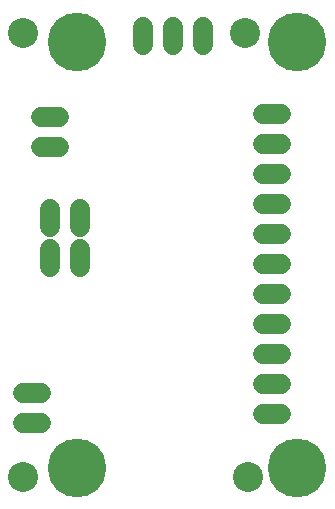
<source format=gbr>
G04 EAGLE Gerber X2 export*
%TF.Part,Single*%
%TF.FileFunction,Soldermask,Bot,1*%
%TF.FilePolarity,Positive*%
%TF.GenerationSoftware,Autodesk,EAGLE,9.7.0*%
%TF.CreationDate,2022-05-12T22:12:44Z*%
G75*
%MOMM*%
%FSLAX46Y46*%
%LPD*%
%INSoldermask Bottom*%
%AMOC8*
5,1,8,0,0,1.08239X$1,22.5*%
G01*
G04 Define Apertures*
%ADD10C,2.540000*%
%ADD11C,1.727200*%
%ADD12C,4.965700*%
D10*
X21336000Y2286000D03*
X2286000Y2286000D03*
X21082000Y39878000D03*
X2286000Y39878000D03*
D11*
X3810000Y32766000D02*
X5334000Y32766000D01*
X5334000Y30226000D02*
X3810000Y30226000D01*
X22606000Y33020000D02*
X24130000Y33020000D01*
X24130000Y30480000D02*
X22606000Y30480000D01*
X22606000Y27940000D02*
X24130000Y27940000D01*
X24130000Y25400000D02*
X22606000Y25400000D01*
X22606000Y22860000D02*
X24130000Y22860000D01*
X24130000Y20320000D02*
X22606000Y20320000D01*
X22606000Y17780000D02*
X24130000Y17780000D01*
X24130000Y15240000D02*
X22606000Y15240000D01*
X22606000Y12700000D02*
X24130000Y12700000D01*
X24130000Y10160000D02*
X22606000Y10160000D01*
X22606000Y7620000D02*
X24130000Y7620000D01*
D12*
X25527000Y39116000D03*
X25527000Y3048000D03*
X6858000Y39116000D03*
X6858000Y3048000D03*
D11*
X4572000Y20066000D02*
X4572000Y21590000D01*
X7112000Y21590000D02*
X7112000Y20066000D01*
X4572000Y23414000D02*
X4572000Y24938000D01*
X7112000Y24938000D02*
X7112000Y23414000D01*
X17526000Y38856100D02*
X17526000Y40380100D01*
X14986000Y40380100D02*
X14986000Y38856100D01*
X12446000Y38856100D02*
X12446000Y40380100D01*
X3810000Y6858000D02*
X2286000Y6858000D01*
X2286000Y9398000D02*
X3810000Y9398000D01*
M02*

</source>
